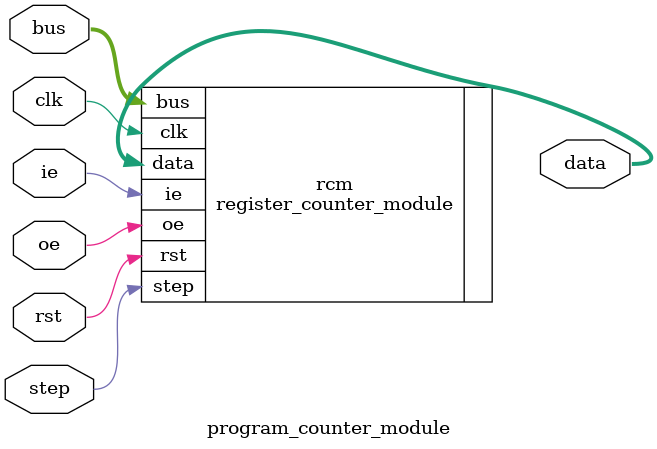
<source format=v>
module program_counter_module (
    input               rst, 
    input               clk, 
    input               ie, 
    input               oe, 
    input               step, 
    output  reg [7:0]   data, 
    inout       [7:0]   bus
);

    `include "global.vh"

    register_counter_module rcm (
        .rst(rst), 
        .clk(clk), 
        .ie(ie), 
        .oe(oe), 
        .step(step), 
        .data(data), 
        .bus(bus)
    );

endmodule

</source>
